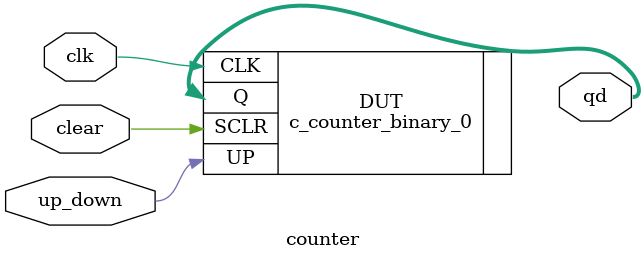
<source format=v>
`timescale 1ns / 1ps

module counter(clk, clear, up_down, qd);

// Port Declaration

input   clk;
input   clear;
input   up_down;
output  [7:0] qd;

  c_counter_binary_0 DUT (.CLK(clk), .Q(qd), .SCLR(clear), .UP(up_down));


endmodule

</source>
